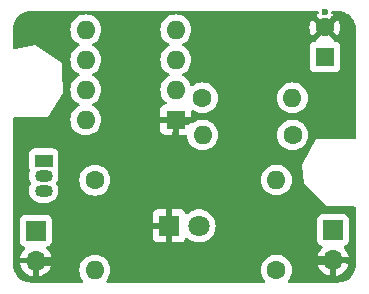
<source format=gbr>
%TF.GenerationSoftware,KiCad,Pcbnew,8.0.5*%
%TF.CreationDate,2025-07-22T16:27:50+02:00*%
%TF.ProjectId,LED_FADER,4c45445f-4641-4444-9552-2e6b69636164,rev?*%
%TF.SameCoordinates,Original*%
%TF.FileFunction,Copper,L2,Bot*%
%TF.FilePolarity,Positive*%
%FSLAX46Y46*%
G04 Gerber Fmt 4.6, Leading zero omitted, Abs format (unit mm)*
G04 Created by KiCad (PCBNEW 8.0.5) date 2025-07-22 16:27:50*
%MOMM*%
%LPD*%
G01*
G04 APERTURE LIST*
%TA.AperFunction,ComponentPad*%
%ADD10C,1.600000*%
%TD*%
%TA.AperFunction,ComponentPad*%
%ADD11O,1.600000X1.600000*%
%TD*%
%TA.AperFunction,ComponentPad*%
%ADD12R,1.700000X1.700000*%
%TD*%
%TA.AperFunction,ComponentPad*%
%ADD13O,1.700000X1.700000*%
%TD*%
%TA.AperFunction,ComponentPad*%
%ADD14O,1.500000X1.050000*%
%TD*%
%TA.AperFunction,ComponentPad*%
%ADD15R,1.500000X1.050000*%
%TD*%
%TA.AperFunction,ComponentPad*%
%ADD16R,1.800000X1.800000*%
%TD*%
%TA.AperFunction,ComponentPad*%
%ADD17C,1.800000*%
%TD*%
%TA.AperFunction,ComponentPad*%
%ADD18R,1.600000X1.600000*%
%TD*%
%TA.AperFunction,ViaPad*%
%ADD19C,0.600000*%
%TD*%
%TA.AperFunction,Conductor*%
%ADD20C,0.750000*%
%TD*%
G04 APERTURE END LIST*
D10*
%TO.P,R3,1*%
%TO.N,Net-(U1-DIS)*%
X139220000Y-101470000D03*
D11*
%TO.P,R3,2*%
%TO.N,Net-(U1-THR)*%
X146840000Y-101470000D03*
%TD*%
D10*
%TO.P,R4,1*%
%TO.N,Net-(U2-VO)*%
X130110000Y-108440000D03*
D11*
%TO.P,R4,2*%
%TO.N,Net-(D1-A)*%
X130110000Y-116060000D03*
%TD*%
D10*
%TO.P,R1,1*%
%TO.N,VCC*%
X145490000Y-116040000D03*
D11*
%TO.P,R1,2*%
%TO.N,Net-(U1-Q)*%
X145490000Y-108420000D03*
%TD*%
%TO.P,R2,2*%
%TO.N,Net-(U1-DIS)*%
X139240000Y-104610000D03*
D10*
%TO.P,R2,1*%
%TO.N,VCC*%
X146860000Y-104610000D03*
%TD*%
D12*
%TO.P,J3,1,Pin_1*%
%TO.N,VCC*%
X125110000Y-112705000D03*
D13*
%TO.P,J3,2,Pin_2*%
%TO.N,GND*%
X125110000Y-115245000D03*
%TD*%
D14*
%TO.P,U2,3,VI*%
%TO.N,VCC*%
X125780000Y-109320000D03*
%TO.P,U2,2,GND*%
%TO.N,Net-(U1-THR)*%
X125780000Y-108050000D03*
D15*
%TO.P,U2,1,VO*%
%TO.N,Net-(U2-VO)*%
X125780000Y-106780000D03*
%TD*%
D16*
%TO.P,D1,1,K*%
%TO.N,GND*%
X136400000Y-112310000D03*
D17*
%TO.P,D1,2,A*%
%TO.N,Net-(D1-A)*%
X138940000Y-112310000D03*
%TD*%
D18*
%TO.P,U1,1,GND*%
%TO.N,GND*%
X136960000Y-103330000D03*
D11*
%TO.P,U1,2,TR*%
%TO.N,Net-(U1-THR)*%
X136960000Y-100790000D03*
%TO.P,U1,3,Q*%
%TO.N,Net-(U1-Q)*%
X136960000Y-98250000D03*
%TO.P,U1,4,R*%
%TO.N,VCC*%
X136960000Y-95710000D03*
%TO.P,U1,5,CV*%
%TO.N,unconnected-(U1-CV-Pad5)*%
X129340000Y-95710000D03*
%TO.P,U1,6,THR*%
%TO.N,Net-(U1-THR)*%
X129340000Y-98250000D03*
%TO.P,U1,7,DIS*%
%TO.N,Net-(U1-DIS)*%
X129340000Y-100790000D03*
%TO.P,U1,8,VCC*%
%TO.N,VCC*%
X129340000Y-103330000D03*
%TD*%
D18*
%TO.P,C1,1*%
%TO.N,Net-(U1-THR)*%
X149590000Y-98010000D03*
D10*
%TO.P,C1,2*%
%TO.N,GND*%
X149590000Y-95510000D03*
%TD*%
D12*
%TO.P,J2,1,Pin_1*%
%TO.N,VCC*%
X150280000Y-112665000D03*
D13*
%TO.P,J2,2,Pin_2*%
%TO.N,GND*%
X150280000Y-115205000D03*
%TD*%
D19*
%TO.N,GND*%
X151450000Y-116460000D03*
X123880000Y-116400000D03*
X148030000Y-95430000D03*
X149640000Y-94180000D03*
X125090000Y-116670000D03*
X151140000Y-95380000D03*
X148670000Y-94640000D03*
X151630000Y-115250000D03*
X135820000Y-103370000D03*
X126650000Y-114570000D03*
X148600000Y-115940000D03*
X136410000Y-114050000D03*
X150250000Y-116570000D03*
X137910000Y-103500000D03*
X136370000Y-110890000D03*
X148640000Y-114410000D03*
X150350000Y-94830000D03*
X126490000Y-116650000D03*
X123600000Y-115290000D03*
X136910000Y-104650000D03*
X134720000Y-112320000D03*
%TD*%
D20*
%TO.N,GND*%
X125110000Y-115245000D02*
X125115000Y-115250000D01*
X125115000Y-115250000D02*
X127770000Y-115250000D01*
X127770000Y-115250000D02*
X133460000Y-109560000D01*
X133460000Y-109560000D02*
X141930000Y-109560000D01*
X141930000Y-109560000D02*
X147575000Y-115205000D01*
X147575000Y-115205000D02*
X150280000Y-115205000D01*
%TD*%
%TA.AperFunction,Conductor*%
%TO.N,GND*%
G36*
X149022886Y-94130185D02*
G01*
X149068641Y-94182989D01*
X149078585Y-94252147D01*
X149049560Y-94315703D01*
X149008252Y-94346882D01*
X148937516Y-94379866D01*
X148937512Y-94379868D01*
X148864526Y-94430973D01*
X148864526Y-94430974D01*
X149543553Y-95110000D01*
X149537339Y-95110000D01*
X149435606Y-95137259D01*
X149344394Y-95189920D01*
X149269920Y-95264394D01*
X149217259Y-95355606D01*
X149190000Y-95457339D01*
X149190000Y-95463552D01*
X148510974Y-94784526D01*
X148510973Y-94784526D01*
X148459868Y-94857512D01*
X148459866Y-94857516D01*
X148363734Y-95063673D01*
X148363730Y-95063682D01*
X148304860Y-95283389D01*
X148304858Y-95283400D01*
X148285034Y-95509997D01*
X148285034Y-95510002D01*
X148304858Y-95736599D01*
X148304860Y-95736610D01*
X148363730Y-95956317D01*
X148363735Y-95956331D01*
X148459863Y-96162478D01*
X148510974Y-96235472D01*
X149190000Y-95556446D01*
X149190000Y-95562661D01*
X149217259Y-95664394D01*
X149269920Y-95755606D01*
X149344394Y-95830080D01*
X149435606Y-95882741D01*
X149537339Y-95910000D01*
X149543553Y-95910000D01*
X148859352Y-96594199D01*
X148849506Y-96643194D01*
X148800890Y-96693377D01*
X148745367Y-96708049D01*
X148745423Y-96709099D01*
X148745429Y-96709146D01*
X148745426Y-96709146D01*
X148745436Y-96709324D01*
X148742123Y-96709501D01*
X148682516Y-96715908D01*
X148547671Y-96766202D01*
X148547664Y-96766206D01*
X148432455Y-96852452D01*
X148432452Y-96852455D01*
X148346206Y-96967664D01*
X148346202Y-96967671D01*
X148295908Y-97102517D01*
X148294090Y-97119431D01*
X148289501Y-97162123D01*
X148289500Y-97162135D01*
X148289500Y-98857870D01*
X148289501Y-98857876D01*
X148295908Y-98917483D01*
X148346202Y-99052328D01*
X148346206Y-99052335D01*
X148432452Y-99167544D01*
X148432455Y-99167547D01*
X148547664Y-99253793D01*
X148547671Y-99253797D01*
X148682517Y-99304091D01*
X148682516Y-99304091D01*
X148689444Y-99304835D01*
X148742127Y-99310500D01*
X150437872Y-99310499D01*
X150497483Y-99304091D01*
X150632331Y-99253796D01*
X150747546Y-99167546D01*
X150833796Y-99052331D01*
X150884091Y-98917483D01*
X150890500Y-98857873D01*
X150890499Y-97162128D01*
X150884091Y-97102517D01*
X150854530Y-97023261D01*
X150833797Y-96967671D01*
X150833793Y-96967664D01*
X150747547Y-96852455D01*
X150747544Y-96852452D01*
X150632335Y-96766206D01*
X150632328Y-96766202D01*
X150497482Y-96715908D01*
X150497483Y-96715908D01*
X150437883Y-96709501D01*
X150437881Y-96709500D01*
X150437873Y-96709500D01*
X150437864Y-96709500D01*
X150434548Y-96709322D01*
X150434627Y-96707847D01*
X150373215Y-96689815D01*
X150327460Y-96637011D01*
X150319969Y-96593522D01*
X149636447Y-95910000D01*
X149642661Y-95910000D01*
X149744394Y-95882741D01*
X149835606Y-95830080D01*
X149910080Y-95755606D01*
X149962741Y-95664394D01*
X149990000Y-95562661D01*
X149990000Y-95556447D01*
X150669024Y-96235471D01*
X150720136Y-96162478D01*
X150816264Y-95956331D01*
X150816269Y-95956317D01*
X150875139Y-95736610D01*
X150875141Y-95736599D01*
X150894966Y-95510002D01*
X150894966Y-95509997D01*
X150875141Y-95283400D01*
X150875139Y-95283389D01*
X150816269Y-95063682D01*
X150816264Y-95063668D01*
X150720136Y-94857521D01*
X150720132Y-94857513D01*
X150669025Y-94784526D01*
X149990000Y-95463551D01*
X149990000Y-95457339D01*
X149962741Y-95355606D01*
X149910080Y-95264394D01*
X149835606Y-95189920D01*
X149744394Y-95137259D01*
X149642661Y-95110000D01*
X149636448Y-95110000D01*
X150315472Y-94430974D01*
X150242480Y-94379864D01*
X150171749Y-94346882D01*
X150119310Y-94300710D01*
X150100158Y-94233516D01*
X150120374Y-94166635D01*
X150173539Y-94121301D01*
X150224154Y-94110500D01*
X150634108Y-94110500D01*
X150695572Y-94110500D01*
X150704418Y-94110816D01*
X150904561Y-94125130D01*
X150922063Y-94127647D01*
X151113797Y-94169355D01*
X151130755Y-94174334D01*
X151289426Y-94233516D01*
X151314609Y-94242909D01*
X151330701Y-94250259D01*
X151502904Y-94344288D01*
X151517784Y-94353849D01*
X151674867Y-94471441D01*
X151688237Y-94483027D01*
X151826972Y-94621762D01*
X151838558Y-94635132D01*
X151956146Y-94792210D01*
X151965711Y-94807095D01*
X152059740Y-94979298D01*
X152067090Y-94995390D01*
X152135662Y-95179236D01*
X152140646Y-95196212D01*
X152182351Y-95387931D01*
X152184869Y-95405442D01*
X152199184Y-95605580D01*
X152199500Y-95614427D01*
X152199500Y-104866000D01*
X152179815Y-104933039D01*
X152127011Y-104978794D01*
X152075500Y-104990000D01*
X148858505Y-104990000D01*
X147679200Y-107170385D01*
X147778873Y-108703105D01*
X149701262Y-110660000D01*
X152075500Y-110660000D01*
X152142539Y-110679685D01*
X152188294Y-110732489D01*
X152199500Y-110784000D01*
X152199500Y-115605572D01*
X152199184Y-115614419D01*
X152184869Y-115814557D01*
X152182351Y-115832068D01*
X152140646Y-116023787D01*
X152135662Y-116040763D01*
X152067090Y-116224609D01*
X152059740Y-116240701D01*
X151965711Y-116412904D01*
X151956146Y-116427789D01*
X151838558Y-116584867D01*
X151826972Y-116598237D01*
X151688237Y-116736972D01*
X151674867Y-116748558D01*
X151517789Y-116866146D01*
X151502904Y-116875711D01*
X151330701Y-116969740D01*
X151314609Y-116977090D01*
X151130763Y-117045662D01*
X151113787Y-117050646D01*
X150922068Y-117092351D01*
X150904557Y-117094869D01*
X150723779Y-117107799D01*
X150704417Y-117109184D01*
X150695572Y-117109500D01*
X146559049Y-117109500D01*
X146492010Y-117089815D01*
X146446255Y-117037011D01*
X146436311Y-116967853D01*
X146465336Y-116904297D01*
X146471368Y-116897819D01*
X146490045Y-116879141D01*
X146490047Y-116879139D01*
X146620568Y-116692734D01*
X146716739Y-116486496D01*
X146775635Y-116266692D01*
X146795468Y-116040000D01*
X146775635Y-115813308D01*
X146716739Y-115593504D01*
X146620568Y-115387266D01*
X146490047Y-115200861D01*
X146490045Y-115200858D01*
X146329141Y-115039954D01*
X146142734Y-114909432D01*
X146142732Y-114909431D01*
X145936497Y-114813261D01*
X145936488Y-114813258D01*
X145716697Y-114754366D01*
X145716693Y-114754365D01*
X145716692Y-114754365D01*
X145716691Y-114754364D01*
X145716686Y-114754364D01*
X145490002Y-114734532D01*
X145489998Y-114734532D01*
X145263313Y-114754364D01*
X145263302Y-114754366D01*
X145043511Y-114813258D01*
X145043502Y-114813261D01*
X144837267Y-114909431D01*
X144837265Y-114909432D01*
X144650858Y-115039954D01*
X144489954Y-115200858D01*
X144359432Y-115387265D01*
X144359431Y-115387267D01*
X144263261Y-115593502D01*
X144263258Y-115593511D01*
X144204366Y-115813302D01*
X144204364Y-115813313D01*
X144184532Y-116039998D01*
X144184532Y-116040001D01*
X144204364Y-116266686D01*
X144204366Y-116266697D01*
X144263258Y-116486488D01*
X144263261Y-116486497D01*
X144359431Y-116692732D01*
X144359432Y-116692734D01*
X144489954Y-116879141D01*
X144508632Y-116897819D01*
X144542117Y-116959142D01*
X144537133Y-117028834D01*
X144495261Y-117084767D01*
X144429797Y-117109184D01*
X144420951Y-117109500D01*
X131199049Y-117109500D01*
X131132010Y-117089815D01*
X131086255Y-117037011D01*
X131076311Y-116967853D01*
X131105336Y-116904297D01*
X131109220Y-116900124D01*
X131110043Y-116899144D01*
X131110971Y-116897819D01*
X131240568Y-116712734D01*
X131336739Y-116506496D01*
X131395635Y-116286692D01*
X131415468Y-116060000D01*
X131395635Y-115833308D01*
X131336739Y-115613504D01*
X131240568Y-115407266D01*
X131110047Y-115220861D01*
X131110045Y-115220858D01*
X130949141Y-115059954D01*
X130762734Y-114929432D01*
X130762732Y-114929431D01*
X130556497Y-114833261D01*
X130556488Y-114833258D01*
X130336697Y-114774366D01*
X130336693Y-114774365D01*
X130336692Y-114774365D01*
X130336691Y-114774364D01*
X130336686Y-114774364D01*
X130110002Y-114754532D01*
X130109998Y-114754532D01*
X129883313Y-114774364D01*
X129883302Y-114774366D01*
X129663511Y-114833258D01*
X129663502Y-114833261D01*
X129457267Y-114929431D01*
X129457265Y-114929432D01*
X129270858Y-115059954D01*
X129109954Y-115220858D01*
X128979432Y-115407265D01*
X128979431Y-115407267D01*
X128883261Y-115613502D01*
X128883258Y-115613511D01*
X128824366Y-115833302D01*
X128824364Y-115833313D01*
X128804532Y-116059998D01*
X128804532Y-116060001D01*
X128824364Y-116286686D01*
X128824366Y-116286697D01*
X128883258Y-116506488D01*
X128883261Y-116506497D01*
X128979431Y-116712732D01*
X128979432Y-116712734D01*
X129109956Y-116899144D01*
X129113434Y-116903289D01*
X129112189Y-116904333D01*
X129142117Y-116959142D01*
X129137133Y-117028834D01*
X129095261Y-117084767D01*
X129029797Y-117109184D01*
X129020951Y-117109500D01*
X124704428Y-117109500D01*
X124695582Y-117109184D01*
X124673622Y-117107613D01*
X124495442Y-117094869D01*
X124477931Y-117092351D01*
X124286212Y-117050646D01*
X124269236Y-117045662D01*
X124085390Y-116977090D01*
X124069298Y-116969740D01*
X123897095Y-116875711D01*
X123882210Y-116866146D01*
X123725132Y-116748558D01*
X123711762Y-116736972D01*
X123573027Y-116598237D01*
X123561441Y-116584867D01*
X123554529Y-116575634D01*
X123443849Y-116427784D01*
X123434288Y-116412904D01*
X123340259Y-116240701D01*
X123332909Y-116224609D01*
X123292430Y-116116082D01*
X123264334Y-116040755D01*
X123259355Y-116023797D01*
X123217647Y-115832063D01*
X123215130Y-115814556D01*
X123215040Y-115813302D01*
X123200816Y-115614418D01*
X123200500Y-115605572D01*
X123200500Y-111807135D01*
X123759500Y-111807135D01*
X123759500Y-113602870D01*
X123759501Y-113602876D01*
X123765908Y-113662483D01*
X123816202Y-113797328D01*
X123816206Y-113797335D01*
X123902452Y-113912544D01*
X123902455Y-113912547D01*
X124017664Y-113998793D01*
X124017671Y-113998797D01*
X124045271Y-114009091D01*
X124149598Y-114048002D01*
X124205531Y-114089873D01*
X124229949Y-114155337D01*
X124215098Y-114223610D01*
X124193947Y-114251865D01*
X124071886Y-114373926D01*
X123936400Y-114567420D01*
X123936399Y-114567422D01*
X123836570Y-114781507D01*
X123836567Y-114781513D01*
X123779364Y-114994999D01*
X123779364Y-114995000D01*
X124676988Y-114995000D01*
X124644075Y-115052007D01*
X124610000Y-115179174D01*
X124610000Y-115310826D01*
X124644075Y-115437993D01*
X124676988Y-115495000D01*
X123779364Y-115495000D01*
X123836567Y-115708486D01*
X123836570Y-115708492D01*
X123936399Y-115922578D01*
X124071894Y-116116082D01*
X124238917Y-116283105D01*
X124432421Y-116418600D01*
X124646507Y-116518429D01*
X124646516Y-116518433D01*
X124860000Y-116575634D01*
X124860000Y-115678012D01*
X124917007Y-115710925D01*
X125044174Y-115745000D01*
X125175826Y-115745000D01*
X125302993Y-115710925D01*
X125360000Y-115678012D01*
X125360000Y-116575633D01*
X125573483Y-116518433D01*
X125573492Y-116518429D01*
X125787578Y-116418600D01*
X125981082Y-116283105D01*
X126148105Y-116116082D01*
X126283600Y-115922578D01*
X126383429Y-115708492D01*
X126383432Y-115708486D01*
X126440636Y-115495000D01*
X125543012Y-115495000D01*
X125575925Y-115437993D01*
X125610000Y-115310826D01*
X125610000Y-115179174D01*
X125575925Y-115052007D01*
X125543012Y-114995000D01*
X126440636Y-114995000D01*
X126440635Y-114994999D01*
X126383432Y-114781513D01*
X126383429Y-114781507D01*
X126283600Y-114567422D01*
X126283599Y-114567420D01*
X126148113Y-114373926D01*
X126148108Y-114373920D01*
X126026053Y-114251865D01*
X125992568Y-114190542D01*
X125997552Y-114120850D01*
X126039424Y-114064917D01*
X126070400Y-114048002D01*
X126174729Y-114009091D01*
X126202326Y-113998798D01*
X126202326Y-113998797D01*
X126202331Y-113998796D01*
X126317546Y-113912546D01*
X126403796Y-113797331D01*
X126454091Y-113662483D01*
X126460500Y-113602873D01*
X126460499Y-111807128D01*
X126454091Y-111747517D01*
X126403796Y-111612669D01*
X126403795Y-111612668D01*
X126403793Y-111612664D01*
X126317547Y-111497455D01*
X126317544Y-111497452D01*
X126202335Y-111411206D01*
X126202328Y-111411202D01*
X126070825Y-111362155D01*
X135000000Y-111362155D01*
X135000000Y-112060000D01*
X136024722Y-112060000D01*
X135980667Y-112136306D01*
X135950000Y-112250756D01*
X135950000Y-112369244D01*
X135980667Y-112483694D01*
X136024722Y-112560000D01*
X135000000Y-112560000D01*
X135000000Y-113257844D01*
X135006401Y-113317372D01*
X135006403Y-113317379D01*
X135056645Y-113452086D01*
X135056649Y-113452093D01*
X135142809Y-113567187D01*
X135142812Y-113567190D01*
X135257906Y-113653350D01*
X135257913Y-113653354D01*
X135392620Y-113703596D01*
X135392627Y-113703598D01*
X135452155Y-113709999D01*
X135452172Y-113710000D01*
X136150000Y-113710000D01*
X136150000Y-112685277D01*
X136226306Y-112729333D01*
X136340756Y-112760000D01*
X136459244Y-112760000D01*
X136573694Y-112729333D01*
X136650000Y-112685277D01*
X136650000Y-113710000D01*
X137347828Y-113710000D01*
X137347844Y-113709999D01*
X137407372Y-113703598D01*
X137407379Y-113703596D01*
X137542086Y-113653354D01*
X137542093Y-113653350D01*
X137657187Y-113567190D01*
X137657190Y-113567187D01*
X137743350Y-113452093D01*
X137743355Y-113452084D01*
X137772075Y-113375081D01*
X137813945Y-113319147D01*
X137879409Y-113294729D01*
X137947682Y-113309580D01*
X137979484Y-113334428D01*
X137988216Y-113343913D01*
X137988219Y-113343915D01*
X137988222Y-113343918D01*
X138171365Y-113486464D01*
X138171371Y-113486468D01*
X138171374Y-113486470D01*
X138375497Y-113596936D01*
X138449910Y-113622482D01*
X138595015Y-113672297D01*
X138595017Y-113672297D01*
X138595019Y-113672298D01*
X138823951Y-113710500D01*
X138823952Y-113710500D01*
X139056048Y-113710500D01*
X139056049Y-113710500D01*
X139284981Y-113672298D01*
X139504503Y-113596936D01*
X139708626Y-113486470D01*
X139891784Y-113343913D01*
X140048979Y-113173153D01*
X140175924Y-112978849D01*
X140269157Y-112766300D01*
X140326134Y-112541305D01*
X140345300Y-112310000D01*
X140345300Y-112309993D01*
X140326135Y-112078702D01*
X140326133Y-112078691D01*
X140269157Y-111853699D01*
X140231186Y-111767135D01*
X148929500Y-111767135D01*
X148929500Y-113562870D01*
X148929501Y-113562876D01*
X148935908Y-113622483D01*
X148986202Y-113757328D01*
X148986206Y-113757335D01*
X149072452Y-113872544D01*
X149072455Y-113872547D01*
X149187664Y-113958793D01*
X149187671Y-113958797D01*
X149187674Y-113958798D01*
X149319598Y-114008002D01*
X149375531Y-114049873D01*
X149399949Y-114115337D01*
X149385098Y-114183610D01*
X149363947Y-114211865D01*
X149241886Y-114333926D01*
X149106400Y-114527420D01*
X149106399Y-114527422D01*
X149006570Y-114741507D01*
X149006567Y-114741513D01*
X148949364Y-114954999D01*
X148949364Y-114955000D01*
X149846988Y-114955000D01*
X149814075Y-115012007D01*
X149780000Y-115139174D01*
X149780000Y-115270826D01*
X149814075Y-115397993D01*
X149846988Y-115455000D01*
X148949364Y-115455000D01*
X149006567Y-115668486D01*
X149006570Y-115668492D01*
X149106399Y-115882578D01*
X149241894Y-116076082D01*
X149408917Y-116243105D01*
X149602421Y-116378600D01*
X149816507Y-116478429D01*
X149816516Y-116478433D01*
X150030000Y-116535634D01*
X150030000Y-115638012D01*
X150087007Y-115670925D01*
X150214174Y-115705000D01*
X150345826Y-115705000D01*
X150472993Y-115670925D01*
X150530000Y-115638012D01*
X150530000Y-116535633D01*
X150743483Y-116478433D01*
X150743492Y-116478429D01*
X150957578Y-116378600D01*
X151151082Y-116243105D01*
X151318105Y-116076082D01*
X151453600Y-115882578D01*
X151553429Y-115668492D01*
X151553432Y-115668486D01*
X151610636Y-115455000D01*
X150713012Y-115455000D01*
X150745925Y-115397993D01*
X150780000Y-115270826D01*
X150780000Y-115139174D01*
X150745925Y-115012007D01*
X150713012Y-114955000D01*
X151610636Y-114955000D01*
X151610635Y-114954999D01*
X151553432Y-114741513D01*
X151553429Y-114741507D01*
X151453600Y-114527422D01*
X151453599Y-114527420D01*
X151318113Y-114333926D01*
X151318108Y-114333920D01*
X151196053Y-114211865D01*
X151162568Y-114150542D01*
X151167552Y-114080850D01*
X151209424Y-114024917D01*
X151240400Y-114008002D01*
X151372331Y-113958796D01*
X151487546Y-113872546D01*
X151573796Y-113757331D01*
X151624091Y-113622483D01*
X151630500Y-113562873D01*
X151630499Y-111767128D01*
X151624091Y-111707517D01*
X151573796Y-111572669D01*
X151573795Y-111572668D01*
X151573793Y-111572664D01*
X151487547Y-111457455D01*
X151487544Y-111457452D01*
X151372335Y-111371206D01*
X151372328Y-111371202D01*
X151237482Y-111320908D01*
X151237483Y-111320908D01*
X151177883Y-111314501D01*
X151177881Y-111314500D01*
X151177873Y-111314500D01*
X151177864Y-111314500D01*
X149382129Y-111314500D01*
X149382123Y-111314501D01*
X149322516Y-111320908D01*
X149187671Y-111371202D01*
X149187664Y-111371206D01*
X149072455Y-111457452D01*
X149072452Y-111457455D01*
X148986206Y-111572664D01*
X148986202Y-111572671D01*
X148935908Y-111707517D01*
X148931608Y-111747516D01*
X148929501Y-111767123D01*
X148929500Y-111767135D01*
X140231186Y-111767135D01*
X140175924Y-111641151D01*
X140048983Y-111446852D01*
X140048980Y-111446849D01*
X140048979Y-111446847D01*
X139891784Y-111276087D01*
X139891779Y-111276083D01*
X139891777Y-111276081D01*
X139708634Y-111133535D01*
X139708628Y-111133531D01*
X139504504Y-111023064D01*
X139504495Y-111023061D01*
X139284984Y-110947702D01*
X139097404Y-110916401D01*
X139056049Y-110909500D01*
X138823951Y-110909500D01*
X138782596Y-110916401D01*
X138595015Y-110947702D01*
X138375504Y-111023061D01*
X138375495Y-111023064D01*
X138171371Y-111133531D01*
X138171365Y-111133535D01*
X137988222Y-111276081D01*
X137988215Y-111276087D01*
X137979484Y-111285572D01*
X137919595Y-111321561D01*
X137849757Y-111319458D01*
X137792143Y-111279932D01*
X137772075Y-111244918D01*
X137743355Y-111167915D01*
X137743350Y-111167906D01*
X137657190Y-111052812D01*
X137657187Y-111052809D01*
X137542093Y-110966649D01*
X137542086Y-110966645D01*
X137407379Y-110916403D01*
X137407372Y-110916401D01*
X137347844Y-110910000D01*
X136650000Y-110910000D01*
X136650000Y-111934722D01*
X136573694Y-111890667D01*
X136459244Y-111860000D01*
X136340756Y-111860000D01*
X136226306Y-111890667D01*
X136150000Y-111934722D01*
X136150000Y-110910000D01*
X135452155Y-110910000D01*
X135392627Y-110916401D01*
X135392620Y-110916403D01*
X135257913Y-110966645D01*
X135257906Y-110966649D01*
X135142812Y-111052809D01*
X135142809Y-111052812D01*
X135056649Y-111167906D01*
X135056645Y-111167913D01*
X135006403Y-111302620D01*
X135006401Y-111302627D01*
X135000000Y-111362155D01*
X126070825Y-111362155D01*
X126067482Y-111360908D01*
X126067483Y-111360908D01*
X126007883Y-111354501D01*
X126007881Y-111354500D01*
X126007873Y-111354500D01*
X126007864Y-111354500D01*
X124212129Y-111354500D01*
X124212123Y-111354501D01*
X124152516Y-111360908D01*
X124017671Y-111411202D01*
X124017664Y-111411206D01*
X123902455Y-111497452D01*
X123902452Y-111497455D01*
X123816206Y-111612664D01*
X123816202Y-111612671D01*
X123765908Y-111747517D01*
X123759501Y-111807116D01*
X123759501Y-111807123D01*
X123759500Y-111807135D01*
X123200500Y-111807135D01*
X123200500Y-106207135D01*
X124529500Y-106207135D01*
X124529500Y-107352870D01*
X124529501Y-107352876D01*
X124535908Y-107412483D01*
X124586202Y-107547328D01*
X124586203Y-107547330D01*
X124586204Y-107547331D01*
X124587028Y-107548432D01*
X124587509Y-107549721D01*
X124590454Y-107555114D01*
X124589678Y-107555537D01*
X124611448Y-107613895D01*
X124602325Y-107670198D01*
X124568910Y-107750868D01*
X124568907Y-107750880D01*
X124529500Y-107948992D01*
X124529500Y-108151007D01*
X124568907Y-108349119D01*
X124568909Y-108349127D01*
X124646213Y-108535755D01*
X124699904Y-108616109D01*
X124720782Y-108682787D01*
X124702297Y-108750167D01*
X124699904Y-108753891D01*
X124646213Y-108834244D01*
X124568909Y-109020872D01*
X124568907Y-109020880D01*
X124529500Y-109218992D01*
X124529500Y-109421007D01*
X124568907Y-109619119D01*
X124568909Y-109619127D01*
X124646212Y-109805752D01*
X124646217Y-109805762D01*
X124758441Y-109973718D01*
X124901281Y-110116558D01*
X125069237Y-110228782D01*
X125069241Y-110228784D01*
X125069244Y-110228786D01*
X125255873Y-110306091D01*
X125453992Y-110345499D01*
X125453996Y-110345500D01*
X125453997Y-110345500D01*
X126106004Y-110345500D01*
X126106005Y-110345499D01*
X126304127Y-110306091D01*
X126490756Y-110228786D01*
X126658718Y-110116558D01*
X126801558Y-109973718D01*
X126913786Y-109805756D01*
X126991091Y-109619127D01*
X127030500Y-109421003D01*
X127030500Y-109218997D01*
X126991091Y-109020873D01*
X126913786Y-108834244D01*
X126860094Y-108753889D01*
X126839217Y-108687214D01*
X126857701Y-108619834D01*
X126860078Y-108616134D01*
X126913786Y-108535756D01*
X126953451Y-108439998D01*
X128804532Y-108439998D01*
X128804532Y-108440001D01*
X128824364Y-108666686D01*
X128824366Y-108666697D01*
X128883258Y-108886488D01*
X128883261Y-108886497D01*
X128979431Y-109092732D01*
X128979432Y-109092734D01*
X129109954Y-109279141D01*
X129270858Y-109440045D01*
X129270861Y-109440047D01*
X129457266Y-109570568D01*
X129663504Y-109666739D01*
X129883308Y-109725635D01*
X130045230Y-109739801D01*
X130109998Y-109745468D01*
X130110000Y-109745468D01*
X130110002Y-109745468D01*
X130166673Y-109740509D01*
X130336692Y-109725635D01*
X130556496Y-109666739D01*
X130762734Y-109570568D01*
X130949139Y-109440047D01*
X131110047Y-109279139D01*
X131240568Y-109092734D01*
X131336739Y-108886496D01*
X131395635Y-108666692D01*
X131415468Y-108440000D01*
X131413718Y-108419998D01*
X144184532Y-108419998D01*
X144184532Y-108420001D01*
X144204364Y-108646686D01*
X144204366Y-108646697D01*
X144263258Y-108866488D01*
X144263261Y-108866497D01*
X144359431Y-109072732D01*
X144359432Y-109072734D01*
X144489954Y-109259141D01*
X144650858Y-109420045D01*
X144650861Y-109420047D01*
X144837266Y-109550568D01*
X145043504Y-109646739D01*
X145263308Y-109705635D01*
X145425230Y-109719801D01*
X145489998Y-109725468D01*
X145490000Y-109725468D01*
X145490002Y-109725468D01*
X145546673Y-109720509D01*
X145716692Y-109705635D01*
X145936496Y-109646739D01*
X146142734Y-109550568D01*
X146329139Y-109420047D01*
X146490047Y-109259139D01*
X146620568Y-109072734D01*
X146716739Y-108866496D01*
X146775635Y-108646692D01*
X146795468Y-108420000D01*
X146775635Y-108193308D01*
X146716739Y-107973504D01*
X146620568Y-107767266D01*
X146490047Y-107580861D01*
X146490045Y-107580858D01*
X146329141Y-107419954D01*
X146142734Y-107289432D01*
X146142732Y-107289431D01*
X145936497Y-107193261D01*
X145936488Y-107193258D01*
X145716697Y-107134366D01*
X145716693Y-107134365D01*
X145716692Y-107134365D01*
X145716691Y-107134364D01*
X145716686Y-107134364D01*
X145490002Y-107114532D01*
X145489998Y-107114532D01*
X145263313Y-107134364D01*
X145263302Y-107134366D01*
X145043511Y-107193258D01*
X145043502Y-107193261D01*
X144837267Y-107289431D01*
X144837265Y-107289432D01*
X144650858Y-107419954D01*
X144489954Y-107580858D01*
X144359432Y-107767265D01*
X144359431Y-107767267D01*
X144263261Y-107973502D01*
X144263258Y-107973511D01*
X144204366Y-108193302D01*
X144204364Y-108193313D01*
X144184532Y-108419998D01*
X131413718Y-108419998D01*
X131395635Y-108213308D01*
X131336739Y-107993504D01*
X131240568Y-107787266D01*
X131110047Y-107600861D01*
X131110045Y-107600858D01*
X130949141Y-107439954D01*
X130762734Y-107309432D01*
X130762732Y-107309431D01*
X130556497Y-107213261D01*
X130556488Y-107213258D01*
X130336697Y-107154366D01*
X130336693Y-107154365D01*
X130336692Y-107154365D01*
X130336691Y-107154364D01*
X130336686Y-107154364D01*
X130110002Y-107134532D01*
X130109998Y-107134532D01*
X129883313Y-107154364D01*
X129883302Y-107154366D01*
X129663511Y-107213258D01*
X129663502Y-107213261D01*
X129457267Y-107309431D01*
X129457265Y-107309432D01*
X129270858Y-107439954D01*
X129109954Y-107600858D01*
X128979432Y-107787265D01*
X128979431Y-107787267D01*
X128883261Y-107993502D01*
X128883258Y-107993511D01*
X128824366Y-108213302D01*
X128824364Y-108213313D01*
X128804532Y-108439998D01*
X126953451Y-108439998D01*
X126991091Y-108349127D01*
X127030500Y-108151003D01*
X127030500Y-107948997D01*
X126991091Y-107750873D01*
X126957673Y-107670198D01*
X126950205Y-107600730D01*
X126969964Y-107555340D01*
X126969547Y-107555112D01*
X126972095Y-107550444D01*
X126972972Y-107548431D01*
X126973796Y-107547331D01*
X127024091Y-107412483D01*
X127030500Y-107352873D01*
X127030499Y-106207128D01*
X127024091Y-106147517D01*
X126973796Y-106012669D01*
X126973795Y-106012668D01*
X126973793Y-106012664D01*
X126887547Y-105897455D01*
X126887544Y-105897452D01*
X126772335Y-105811206D01*
X126772328Y-105811202D01*
X126637482Y-105760908D01*
X126637483Y-105760908D01*
X126577883Y-105754501D01*
X126577881Y-105754500D01*
X126577873Y-105754500D01*
X126577864Y-105754500D01*
X124982129Y-105754500D01*
X124982123Y-105754501D01*
X124922516Y-105760908D01*
X124787671Y-105811202D01*
X124787664Y-105811206D01*
X124672455Y-105897452D01*
X124672452Y-105897455D01*
X124586206Y-106012664D01*
X124586202Y-106012671D01*
X124535908Y-106147517D01*
X124529501Y-106207116D01*
X124529501Y-106207123D01*
X124529500Y-106207135D01*
X123200500Y-106207135D01*
X123200500Y-103244000D01*
X123220185Y-103176961D01*
X123272989Y-103131206D01*
X123324500Y-103120000D01*
X126160000Y-103120000D01*
X127379232Y-101069057D01*
X127378127Y-101016692D01*
X127340865Y-99250047D01*
X127325359Y-98514925D01*
X125059679Y-96982638D01*
X123350878Y-97354664D01*
X123281186Y-97349691D01*
X123225245Y-97307829D01*
X123200817Y-97242369D01*
X123200500Y-97233502D01*
X123200500Y-95709998D01*
X128034532Y-95709998D01*
X128034532Y-95710001D01*
X128054364Y-95936686D01*
X128054366Y-95936697D01*
X128113258Y-96156488D01*
X128113261Y-96156497D01*
X128209431Y-96362732D01*
X128209432Y-96362734D01*
X128339954Y-96549141D01*
X128500858Y-96710045D01*
X128500861Y-96710047D01*
X128687266Y-96840568D01*
X128712758Y-96852455D01*
X128745275Y-96867618D01*
X128797714Y-96913791D01*
X128816866Y-96980984D01*
X128796650Y-97047865D01*
X128745275Y-97092382D01*
X128687267Y-97119431D01*
X128687265Y-97119432D01*
X128500858Y-97249954D01*
X128339954Y-97410858D01*
X128209432Y-97597265D01*
X128209431Y-97597267D01*
X128113261Y-97803502D01*
X128113258Y-97803511D01*
X128054366Y-98023302D01*
X128054364Y-98023313D01*
X128034532Y-98249998D01*
X128034532Y-98250001D01*
X128054364Y-98476686D01*
X128054366Y-98476697D01*
X128113258Y-98696488D01*
X128113261Y-98696497D01*
X128209431Y-98902732D01*
X128209432Y-98902734D01*
X128339954Y-99089141D01*
X128500858Y-99250045D01*
X128547693Y-99282839D01*
X128687266Y-99380568D01*
X128745275Y-99407618D01*
X128797714Y-99453791D01*
X128816866Y-99520984D01*
X128796650Y-99587865D01*
X128745275Y-99632382D01*
X128687267Y-99659431D01*
X128687265Y-99659432D01*
X128500858Y-99789954D01*
X128339954Y-99950858D01*
X128209432Y-100137265D01*
X128209431Y-100137267D01*
X128113261Y-100343502D01*
X128113258Y-100343511D01*
X128054366Y-100563302D01*
X128054364Y-100563313D01*
X128034532Y-100789998D01*
X128034532Y-100790001D01*
X128054364Y-101016686D01*
X128054366Y-101016697D01*
X128113258Y-101236488D01*
X128113261Y-101236497D01*
X128209431Y-101442732D01*
X128209432Y-101442734D01*
X128339954Y-101629141D01*
X128500858Y-101790045D01*
X128500861Y-101790047D01*
X128687266Y-101920568D01*
X128745275Y-101947618D01*
X128797714Y-101993791D01*
X128816866Y-102060984D01*
X128796650Y-102127865D01*
X128745275Y-102172381D01*
X128728272Y-102180310D01*
X128687267Y-102199431D01*
X128687265Y-102199432D01*
X128500858Y-102329954D01*
X128339954Y-102490858D01*
X128209432Y-102677265D01*
X128209431Y-102677267D01*
X128113261Y-102883502D01*
X128113258Y-102883511D01*
X128054366Y-103103302D01*
X128054364Y-103103313D01*
X128034532Y-103329998D01*
X128034532Y-103330001D01*
X128054364Y-103556686D01*
X128054366Y-103556697D01*
X128113258Y-103776488D01*
X128113261Y-103776497D01*
X128209431Y-103982732D01*
X128209432Y-103982734D01*
X128339954Y-104169141D01*
X128500858Y-104330045D01*
X128500861Y-104330047D01*
X128687266Y-104460568D01*
X128893504Y-104556739D01*
X129113308Y-104615635D01*
X129275230Y-104629801D01*
X129339998Y-104635468D01*
X129340000Y-104635468D01*
X129340002Y-104635468D01*
X129402511Y-104629999D01*
X129566692Y-104615635D01*
X129786496Y-104556739D01*
X129992734Y-104460568D01*
X130179139Y-104330047D01*
X130340047Y-104169139D01*
X130470568Y-103982734D01*
X130566739Y-103776496D01*
X130625635Y-103556692D01*
X130645468Y-103330000D01*
X130625635Y-103103308D01*
X130566739Y-102883504D01*
X130470568Y-102677266D01*
X130340047Y-102490861D01*
X130340045Y-102490858D01*
X130179141Y-102329954D01*
X129992734Y-102199432D01*
X129992728Y-102199429D01*
X129965038Y-102186517D01*
X129934724Y-102172381D01*
X129882285Y-102126210D01*
X129863133Y-102059017D01*
X129883348Y-101992135D01*
X129934725Y-101947618D01*
X129992734Y-101920568D01*
X130179139Y-101790047D01*
X130340047Y-101629139D01*
X130470568Y-101442734D01*
X130566739Y-101236496D01*
X130625635Y-101016692D01*
X130645468Y-100790000D01*
X130625635Y-100563308D01*
X130566739Y-100343504D01*
X130470568Y-100137266D01*
X130340047Y-99950861D01*
X130340045Y-99950858D01*
X130179141Y-99789954D01*
X129992734Y-99659432D01*
X129992728Y-99659429D01*
X129934725Y-99632382D01*
X129882285Y-99586210D01*
X129863133Y-99519017D01*
X129883348Y-99452135D01*
X129934725Y-99407618D01*
X129992734Y-99380568D01*
X130179139Y-99250047D01*
X130340047Y-99089139D01*
X130470568Y-98902734D01*
X130566739Y-98696496D01*
X130625635Y-98476692D01*
X130645468Y-98250000D01*
X130625635Y-98023308D01*
X130566739Y-97803504D01*
X130470568Y-97597266D01*
X130340047Y-97410861D01*
X130340045Y-97410858D01*
X130179141Y-97249954D01*
X129992734Y-97119432D01*
X129992728Y-97119429D01*
X129934725Y-97092382D01*
X129882285Y-97046210D01*
X129863133Y-96979017D01*
X129883348Y-96912135D01*
X129934725Y-96867618D01*
X129992734Y-96840568D01*
X130179139Y-96710047D01*
X130340047Y-96549139D01*
X130470568Y-96362734D01*
X130566739Y-96156496D01*
X130625635Y-95936692D01*
X130645468Y-95710000D01*
X130645468Y-95709998D01*
X135654532Y-95709998D01*
X135654532Y-95710001D01*
X135674364Y-95936686D01*
X135674366Y-95936697D01*
X135733258Y-96156488D01*
X135733261Y-96156497D01*
X135829431Y-96362732D01*
X135829432Y-96362734D01*
X135959954Y-96549141D01*
X136120858Y-96710045D01*
X136120861Y-96710047D01*
X136307266Y-96840568D01*
X136332758Y-96852455D01*
X136365275Y-96867618D01*
X136417714Y-96913791D01*
X136436866Y-96980984D01*
X136416650Y-97047865D01*
X136365275Y-97092382D01*
X136307267Y-97119431D01*
X136307265Y-97119432D01*
X136120858Y-97249954D01*
X135959954Y-97410858D01*
X135829432Y-97597265D01*
X135829431Y-97597267D01*
X135733261Y-97803502D01*
X135733258Y-97803511D01*
X135674366Y-98023302D01*
X135674364Y-98023313D01*
X135654532Y-98249998D01*
X135654532Y-98250001D01*
X135674364Y-98476686D01*
X135674366Y-98476697D01*
X135733258Y-98696488D01*
X135733261Y-98696497D01*
X135829431Y-98902732D01*
X135829432Y-98902734D01*
X135959954Y-99089141D01*
X136120858Y-99250045D01*
X136167693Y-99282839D01*
X136307266Y-99380568D01*
X136365275Y-99407618D01*
X136417714Y-99453791D01*
X136436866Y-99520984D01*
X136416650Y-99587865D01*
X136365275Y-99632382D01*
X136307267Y-99659431D01*
X136307265Y-99659432D01*
X136120858Y-99789954D01*
X135959954Y-99950858D01*
X135829432Y-100137265D01*
X135829431Y-100137267D01*
X135733261Y-100343502D01*
X135733258Y-100343511D01*
X135674366Y-100563302D01*
X135674364Y-100563313D01*
X135654532Y-100789998D01*
X135654532Y-100790001D01*
X135674364Y-101016686D01*
X135674366Y-101016697D01*
X135733258Y-101236488D01*
X135733261Y-101236497D01*
X135829431Y-101442732D01*
X135829432Y-101442734D01*
X135959954Y-101629141D01*
X136120858Y-101790045D01*
X136146086Y-101807710D01*
X136189711Y-101862287D01*
X136196905Y-101931785D01*
X136165382Y-101994140D01*
X136105153Y-102029554D01*
X136088221Y-102032574D01*
X136052626Y-102036401D01*
X136052620Y-102036403D01*
X135917913Y-102086645D01*
X135917906Y-102086649D01*
X135802812Y-102172809D01*
X135802809Y-102172812D01*
X135716649Y-102287906D01*
X135716645Y-102287913D01*
X135666403Y-102422620D01*
X135666401Y-102422627D01*
X135660000Y-102482155D01*
X135660000Y-103080000D01*
X136644314Y-103080000D01*
X136639920Y-103084394D01*
X136587259Y-103175606D01*
X136560000Y-103277339D01*
X136560000Y-103382661D01*
X136587259Y-103484394D01*
X136639920Y-103575606D01*
X136644314Y-103580000D01*
X135660000Y-103580000D01*
X135660000Y-104177844D01*
X135666401Y-104237372D01*
X135666403Y-104237379D01*
X135716645Y-104372086D01*
X135716649Y-104372093D01*
X135802809Y-104487187D01*
X135802812Y-104487190D01*
X135917906Y-104573350D01*
X135917913Y-104573354D01*
X136052620Y-104623596D01*
X136052627Y-104623598D01*
X136112155Y-104629999D01*
X136112172Y-104630000D01*
X136710000Y-104630000D01*
X136710000Y-103645686D01*
X136714394Y-103650080D01*
X136805606Y-103702741D01*
X136907339Y-103730000D01*
X137012661Y-103730000D01*
X137114394Y-103702741D01*
X137205606Y-103650080D01*
X137210000Y-103645686D01*
X137210000Y-104630000D01*
X137807822Y-104630000D01*
X137809298Y-104629841D01*
X137809641Y-104629902D01*
X137811153Y-104629822D01*
X137811172Y-104630178D01*
X137878060Y-104642232D01*
X137929208Y-104689831D01*
X137946108Y-104742320D01*
X137954364Y-104836687D01*
X137954366Y-104836697D01*
X138013258Y-105056488D01*
X138013261Y-105056497D01*
X138109431Y-105262732D01*
X138109432Y-105262734D01*
X138239954Y-105449141D01*
X138400858Y-105610045D01*
X138400861Y-105610047D01*
X138587266Y-105740568D01*
X138793504Y-105836739D01*
X139013308Y-105895635D01*
X139175230Y-105909801D01*
X139239998Y-105915468D01*
X139240000Y-105915468D01*
X139240002Y-105915468D01*
X139296673Y-105910509D01*
X139466692Y-105895635D01*
X139686496Y-105836739D01*
X139892734Y-105740568D01*
X140079139Y-105610047D01*
X140240047Y-105449139D01*
X140370568Y-105262734D01*
X140466739Y-105056496D01*
X140525635Y-104836692D01*
X140545468Y-104610000D01*
X140545468Y-104609998D01*
X145554532Y-104609998D01*
X145554532Y-104610001D01*
X145574364Y-104836686D01*
X145574366Y-104836697D01*
X145633258Y-105056488D01*
X145633261Y-105056497D01*
X145729431Y-105262732D01*
X145729432Y-105262734D01*
X145859954Y-105449141D01*
X146020858Y-105610045D01*
X146020861Y-105610047D01*
X146207266Y-105740568D01*
X146413504Y-105836739D01*
X146633308Y-105895635D01*
X146795230Y-105909801D01*
X146859998Y-105915468D01*
X146860000Y-105915468D01*
X146860002Y-105915468D01*
X146916673Y-105910509D01*
X147086692Y-105895635D01*
X147306496Y-105836739D01*
X147512734Y-105740568D01*
X147699139Y-105610047D01*
X147860047Y-105449139D01*
X147990568Y-105262734D01*
X148086739Y-105056496D01*
X148145635Y-104836692D01*
X148165468Y-104610000D01*
X148145635Y-104383308D01*
X148090581Y-104177844D01*
X148086741Y-104163511D01*
X148086738Y-104163502D01*
X147990568Y-103957267D01*
X147990567Y-103957265D01*
X147860045Y-103770858D01*
X147699141Y-103609954D01*
X147512734Y-103479432D01*
X147512732Y-103479431D01*
X147306497Y-103383261D01*
X147306488Y-103383258D01*
X147086697Y-103324366D01*
X147086693Y-103324365D01*
X147086692Y-103324365D01*
X147086691Y-103324364D01*
X147086686Y-103324364D01*
X146860002Y-103304532D01*
X146859998Y-103304532D01*
X146633313Y-103324364D01*
X146633302Y-103324366D01*
X146413511Y-103383258D01*
X146413502Y-103383261D01*
X146207267Y-103479431D01*
X146207265Y-103479432D01*
X146020858Y-103609954D01*
X145859954Y-103770858D01*
X145729432Y-103957265D01*
X145729431Y-103957267D01*
X145633261Y-104163502D01*
X145633258Y-104163511D01*
X145574366Y-104383302D01*
X145574364Y-104383313D01*
X145554532Y-104609998D01*
X140545468Y-104609998D01*
X140525635Y-104383308D01*
X140470581Y-104177844D01*
X140466741Y-104163511D01*
X140466738Y-104163502D01*
X140370568Y-103957267D01*
X140370567Y-103957265D01*
X140240045Y-103770858D01*
X140079141Y-103609954D01*
X139892734Y-103479432D01*
X139892732Y-103479431D01*
X139686497Y-103383261D01*
X139686488Y-103383258D01*
X139466697Y-103324366D01*
X139466693Y-103324365D01*
X139466692Y-103324365D01*
X139466691Y-103324364D01*
X139466686Y-103324364D01*
X139240002Y-103304532D01*
X139239998Y-103304532D01*
X139013313Y-103324364D01*
X139013302Y-103324366D01*
X138793511Y-103383258D01*
X138793502Y-103383261D01*
X138587267Y-103479431D01*
X138420858Y-103595950D01*
X138354652Y-103618277D01*
X138286885Y-103601265D01*
X138262055Y-103582055D01*
X138260000Y-103580000D01*
X137275686Y-103580000D01*
X137280080Y-103575606D01*
X137332741Y-103484394D01*
X137360000Y-103382661D01*
X137360000Y-103277339D01*
X137332741Y-103175606D01*
X137280080Y-103084394D01*
X137275686Y-103080000D01*
X138260000Y-103080000D01*
X138260000Y-102623620D01*
X138279685Y-102556581D01*
X138332489Y-102510826D01*
X138401647Y-102500882D01*
X138455121Y-102522044D01*
X138567266Y-102600568D01*
X138773504Y-102696739D01*
X138993308Y-102755635D01*
X139155230Y-102769801D01*
X139219998Y-102775468D01*
X139220000Y-102775468D01*
X139220002Y-102775468D01*
X139276673Y-102770509D01*
X139446692Y-102755635D01*
X139666496Y-102696739D01*
X139872734Y-102600568D01*
X140059139Y-102470047D01*
X140220047Y-102309139D01*
X140350568Y-102122734D01*
X140446739Y-101916496D01*
X140505635Y-101696692D01*
X140525468Y-101470000D01*
X140525468Y-101469998D01*
X145534532Y-101469998D01*
X145534532Y-101470001D01*
X145554364Y-101696686D01*
X145554366Y-101696697D01*
X145613258Y-101916488D01*
X145613261Y-101916497D01*
X145709431Y-102122732D01*
X145709432Y-102122734D01*
X145839954Y-102309141D01*
X146000858Y-102470045D01*
X146000861Y-102470047D01*
X146187266Y-102600568D01*
X146393504Y-102696739D01*
X146613308Y-102755635D01*
X146775230Y-102769801D01*
X146839998Y-102775468D01*
X146840000Y-102775468D01*
X146840002Y-102775468D01*
X146896673Y-102770509D01*
X147066692Y-102755635D01*
X147286496Y-102696739D01*
X147492734Y-102600568D01*
X147679139Y-102470047D01*
X147840047Y-102309139D01*
X147970568Y-102122734D01*
X148066739Y-101916496D01*
X148125635Y-101696692D01*
X148145468Y-101470000D01*
X148125635Y-101243308D01*
X148066739Y-101023504D01*
X147970568Y-100817266D01*
X147840047Y-100630861D01*
X147840045Y-100630858D01*
X147679141Y-100469954D01*
X147492734Y-100339432D01*
X147492732Y-100339431D01*
X147286497Y-100243261D01*
X147286488Y-100243258D01*
X147066697Y-100184366D01*
X147066693Y-100184365D01*
X147066692Y-100184365D01*
X147066691Y-100184364D01*
X147066686Y-100184364D01*
X146840002Y-100164532D01*
X146839998Y-100164532D01*
X146613313Y-100184364D01*
X146613302Y-100184366D01*
X146393511Y-100243258D01*
X146393502Y-100243261D01*
X146187267Y-100339431D01*
X146187265Y-100339432D01*
X146000858Y-100469954D01*
X145839954Y-100630858D01*
X145709432Y-100817265D01*
X145709431Y-100817267D01*
X145613261Y-101023502D01*
X145613258Y-101023511D01*
X145554366Y-101243302D01*
X145554364Y-101243313D01*
X145534532Y-101469998D01*
X140525468Y-101469998D01*
X140505635Y-101243308D01*
X140446739Y-101023504D01*
X140350568Y-100817266D01*
X140220047Y-100630861D01*
X140220045Y-100630858D01*
X140059141Y-100469954D01*
X139872734Y-100339432D01*
X139872732Y-100339431D01*
X139666497Y-100243261D01*
X139666488Y-100243258D01*
X139446697Y-100184366D01*
X139446693Y-100184365D01*
X139446692Y-100184365D01*
X139446691Y-100184364D01*
X139446686Y-100184364D01*
X139220002Y-100164532D01*
X139219998Y-100164532D01*
X138993313Y-100184364D01*
X138993302Y-100184366D01*
X138773511Y-100243258D01*
X138773502Y-100243261D01*
X138567267Y-100339431D01*
X138390998Y-100462854D01*
X138324792Y-100485181D01*
X138257025Y-100468169D01*
X138209213Y-100417221D01*
X138200101Y-100393371D01*
X138186741Y-100343511D01*
X138186738Y-100343502D01*
X138184840Y-100339431D01*
X138090568Y-100137266D01*
X137960047Y-99950861D01*
X137960045Y-99950858D01*
X137799141Y-99789954D01*
X137612734Y-99659432D01*
X137612728Y-99659429D01*
X137554725Y-99632382D01*
X137502285Y-99586210D01*
X137483133Y-99519017D01*
X137503348Y-99452135D01*
X137554725Y-99407618D01*
X137612734Y-99380568D01*
X137799139Y-99250047D01*
X137960047Y-99089139D01*
X138090568Y-98902734D01*
X138186739Y-98696496D01*
X138245635Y-98476692D01*
X138265468Y-98250000D01*
X138245635Y-98023308D01*
X138186739Y-97803504D01*
X138090568Y-97597266D01*
X137960047Y-97410861D01*
X137960045Y-97410858D01*
X137799141Y-97249954D01*
X137612734Y-97119432D01*
X137612728Y-97119429D01*
X137554725Y-97092382D01*
X137502285Y-97046210D01*
X137483133Y-96979017D01*
X137503348Y-96912135D01*
X137554725Y-96867618D01*
X137612734Y-96840568D01*
X137799139Y-96710047D01*
X137960047Y-96549139D01*
X138090568Y-96362734D01*
X138186739Y-96156496D01*
X138245635Y-95936692D01*
X138265468Y-95710000D01*
X138245635Y-95483308D01*
X138192067Y-95283389D01*
X138186741Y-95263511D01*
X138186738Y-95263502D01*
X138147444Y-95179236D01*
X138090568Y-95057266D01*
X137960047Y-94870861D01*
X137960045Y-94870858D01*
X137799141Y-94709954D01*
X137612734Y-94579432D01*
X137612732Y-94579431D01*
X137406497Y-94483261D01*
X137406488Y-94483258D01*
X137186697Y-94424366D01*
X137186693Y-94424365D01*
X137186692Y-94424365D01*
X137186691Y-94424364D01*
X137186686Y-94424364D01*
X136960002Y-94404532D01*
X136959998Y-94404532D01*
X136733313Y-94424364D01*
X136733302Y-94424366D01*
X136513511Y-94483258D01*
X136513502Y-94483261D01*
X136307267Y-94579431D01*
X136307265Y-94579432D01*
X136120858Y-94709954D01*
X135959954Y-94870858D01*
X135829432Y-95057265D01*
X135829431Y-95057267D01*
X135733261Y-95263502D01*
X135733258Y-95263511D01*
X135674366Y-95483302D01*
X135674364Y-95483313D01*
X135654532Y-95709998D01*
X130645468Y-95709998D01*
X130625635Y-95483308D01*
X130572067Y-95283389D01*
X130566741Y-95263511D01*
X130566738Y-95263502D01*
X130527444Y-95179236D01*
X130470568Y-95057266D01*
X130340047Y-94870861D01*
X130340045Y-94870858D01*
X130179141Y-94709954D01*
X129992734Y-94579432D01*
X129992732Y-94579431D01*
X129786497Y-94483261D01*
X129786488Y-94483258D01*
X129566697Y-94424366D01*
X129566693Y-94424365D01*
X129566692Y-94424365D01*
X129566691Y-94424364D01*
X129566686Y-94424364D01*
X129340002Y-94404532D01*
X129339998Y-94404532D01*
X129113313Y-94424364D01*
X129113302Y-94424366D01*
X128893511Y-94483258D01*
X128893502Y-94483261D01*
X128687267Y-94579431D01*
X128687265Y-94579432D01*
X128500858Y-94709954D01*
X128339954Y-94870858D01*
X128209432Y-95057265D01*
X128209431Y-95057267D01*
X128113261Y-95263502D01*
X128113258Y-95263511D01*
X128054366Y-95483302D01*
X128054364Y-95483313D01*
X128034532Y-95709998D01*
X123200500Y-95709998D01*
X123200500Y-95614427D01*
X123200816Y-95605581D01*
X123209561Y-95483308D01*
X123215130Y-95405436D01*
X123217646Y-95387938D01*
X123259356Y-95196199D01*
X123264333Y-95179248D01*
X123332911Y-94995385D01*
X123340259Y-94979298D01*
X123434291Y-94807089D01*
X123443845Y-94792221D01*
X123561448Y-94635123D01*
X123573020Y-94621769D01*
X123711769Y-94483020D01*
X123725123Y-94471448D01*
X123882221Y-94353845D01*
X123897089Y-94344291D01*
X124069298Y-94250258D01*
X124085385Y-94242911D01*
X124269248Y-94174333D01*
X124286199Y-94169356D01*
X124477938Y-94127646D01*
X124495436Y-94125130D01*
X124695582Y-94110816D01*
X124704428Y-94110500D01*
X124765892Y-94110500D01*
X148955847Y-94110500D01*
X149022886Y-94130185D01*
G37*
%TD.AperFunction*%
%TD*%
M02*

</source>
